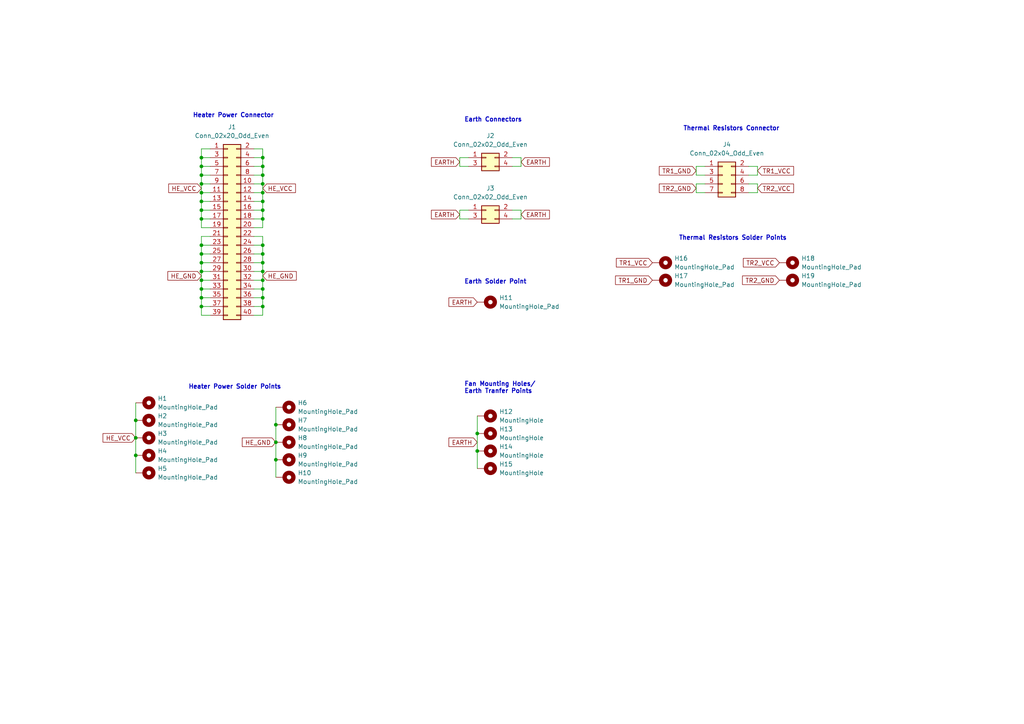
<source format=kicad_sch>
(kicad_sch (version 20211123) (generator eeschema)
  (paper "A4")
  (title_block (title "RSHP-SB-0010") (date "2022-05-25") (rev "1.0") (company "(c) Andriy Golovnya http://redscorp.net") (comment 1 "Reflow Soldering Hot Plate - Small Mounting Board"))
  (lib_symbols
    (symbol "Connector_Generic:Conn_02x02_Odd_Even" (pin_names (offset 1.016) hide)
      (property "Reference" "J" (at 1.27 2.54 0))
      (property "Value" "Conn_02x02_Odd_Even" (at 1.27 -5.08 0))
      (symbol "Conn_02x02_Odd_Even_1_1"
        (rectangle (start -1.27 -2.413) (end 0 -2.667) (stroke (width 0.1524)))
        (rectangle (start -1.27 0.127) (end 0 -0.127) (stroke (width 0.1524)))
        (rectangle (start -1.27 1.27) (end 3.81 -3.81) (stroke (width 0.254)) (fill (type background)))
        (rectangle (start 3.81 -2.413) (end 2.54 -2.667) (stroke (width 0.1524)))
        (rectangle (start 3.81 0.127) (end 2.54 -0.127) (stroke (width 0.1524)))
        (pin passive line (at -5.08 0 0) (length 3.81) (name "Pin_1") (number "1"))
        (pin passive line (at 7.62 0 180) (length 3.81) (name "Pin_2") (number "2"))
        (pin passive line (at -5.08 -2.54 0) (length 3.81) (name "Pin_3") (number "3"))
        (pin passive line (at 7.62 -2.54 180) (length 3.81) (name "Pin_4") (number "4"))
      )
    )
    (symbol "Connector_Generic:Conn_02x04_Odd_Even" (pin_names (offset 1.016) hide)
      (property "Reference" "J" (at 1.27 5.08 0))
      (property "Value" "Conn_02x04_Odd_Even" (at 1.27 -7.62 0))
      (symbol "Conn_02x04_Odd_Even_1_1"
        (rectangle (start -1.27 -4.953) (end 0 -5.207) (stroke (width 0.1524)))
        (rectangle (start -1.27 -2.413) (end 0 -2.667) (stroke (width 0.1524)))
        (rectangle (start -1.27 0.127) (end 0 -0.127) (stroke (width 0.1524)))
        (rectangle (start -1.27 2.667) (end 0 2.413) (stroke (width 0.1524)))
        (rectangle (start -1.27 3.81) (end 3.81 -6.35) (stroke (width 0.254)) (fill (type background)))
        (rectangle (start 3.81 -4.953) (end 2.54 -5.207) (stroke (width 0.1524)))
        (rectangle (start 3.81 -2.413) (end 2.54 -2.667) (stroke (width 0.1524)))
        (rectangle (start 3.81 0.127) (end 2.54 -0.127) (stroke (width 0.1524)))
        (rectangle (start 3.81 2.667) (end 2.54 2.413) (stroke (width 0.1524)))
        (pin passive line (at -5.08 2.54 0) (length 3.81) (name "Pin_1") (number "1"))
        (pin passive line (at 7.62 2.54 180) (length 3.81) (name "Pin_2") (number "2"))
        (pin passive line (at -5.08 0 0) (length 3.81) (name "Pin_3") (number "3"))
        (pin passive line (at 7.62 0 180) (length 3.81) (name "Pin_4") (number "4"))
        (pin passive line (at -5.08 -2.54 0) (length 3.81) (name "Pin_5") (number "5"))
        (pin passive line (at 7.62 -2.54 180) (length 3.81) (name "Pin_6") (number "6"))
        (pin passive line (at -5.08 -5.08 0) (length 3.81) (name "Pin_7") (number "7"))
        (pin passive line (at 7.62 -5.08 180) (length 3.81) (name "Pin_8") (number "8"))
      )
    )
    (symbol "Connector_Generic:Conn_02x20_Odd_Even" (pin_names (offset 1.016) hide)
      (property "Reference" "J" (at 1.27 25.4 0))
      (property "Value" "Conn_02x20_Odd_Even" (at 1.27 -27.94 0))
      (symbol "Conn_02x20_Odd_Even_1_1"
        (rectangle (start -1.27 -25.273) (end 0 -25.527) (stroke (width 0.1524)))
        (rectangle (start -1.27 -22.733) (end 0 -22.987) (stroke (width 0.1524)))
        (rectangle (start -1.27 -20.193) (end 0 -20.447) (stroke (width 0.1524)))
        (rectangle (start -1.27 -17.653) (end 0 -17.907) (stroke (width 0.1524)))
        (rectangle (start -1.27 -15.113) (end 0 -15.367) (stroke (width 0.1524)))
        (rectangle (start -1.27 -12.573) (end 0 -12.827) (stroke (width 0.1524)))
        (rectangle (start -1.27 -10.033) (end 0 -10.287) (stroke (width 0.1524)))
        (rectangle (start -1.27 -7.493) (end 0 -7.747) (stroke (width 0.1524)))
        (rectangle (start -1.27 -4.953) (end 0 -5.207) (stroke (width 0.1524)))
        (rectangle (start -1.27 -2.413) (end 0 -2.667) (stroke (width 0.1524)))
        (rectangle (start -1.27 0.127) (end 0 -0.127) (stroke (width 0.1524)))
        (rectangle (start -1.27 2.667) (end 0 2.413) (stroke (width 0.1524)))
        (rectangle (start -1.27 5.207) (end 0 4.953) (stroke (width 0.1524)))
        (rectangle (start -1.27 7.747) (end 0 7.493) (stroke (width 0.1524)))
        (rectangle (start -1.27 10.287) (end 0 10.033) (stroke (width 0.1524)))
        (rectangle (start -1.27 12.827) (end 0 12.573) (stroke (width 0.1524)))
        (rectangle (start -1.27 15.367) (end 0 15.113) (stroke (width 0.1524)))
        (rectangle (start -1.27 17.907) (end 0 17.653) (stroke (width 0.1524)))
        (rectangle (start -1.27 20.447) (end 0 20.193) (stroke (width 0.1524)))
        (rectangle (start -1.27 22.987) (end 0 22.733) (stroke (width 0.1524)))
        (rectangle (start -1.27 24.13) (end 3.81 -26.67) (stroke (width 0.254)) (fill (type background)))
        (rectangle (start 3.81 -25.273) (end 2.54 -25.527) (stroke (width 0.1524)))
        (rectangle (start 3.81 -22.733) (end 2.54 -22.987) (stroke (width 0.1524)))
        (rectangle (start 3.81 -20.193) (end 2.54 -20.447) (stroke (width 0.1524)))
        (rectangle (start 3.81 -17.653) (end 2.54 -17.907) (stroke (width 0.1524)))
        (rectangle (start 3.81 -15.113) (end 2.54 -15.367) (stroke (width 0.1524)))
        (rectangle (start 3.81 -12.573) (end 2.54 -12.827) (stroke (width 0.1524)))
        (rectangle (start 3.81 -10.033) (end 2.54 -10.287) (stroke (width 0.1524)))
        (rectangle (start 3.81 -7.493) (end 2.54 -7.747) (stroke (width 0.1524)))
        (rectangle (start 3.81 -4.953) (end 2.54 -5.207) (stroke (width 0.1524)))
        (rectangle (start 3.81 -2.413) (end 2.54 -2.667) (stroke (width 0.1524)))
        (rectangle (start 3.81 0.127) (end 2.54 -0.127) (stroke (width 0.1524)))
        (rectangle (start 3.81 2.667) (end 2.54 2.413) (stroke (width 0.1524)))
        (rectangle (start 3.81 5.207) (end 2.54 4.953) (stroke (width 0.1524)))
        (rectangle (start 3.81 7.747) (end 2.54 7.493) (stroke (width 0.1524)))
        (rectangle (start 3.81 10.287) (end 2.54 10.033) (stroke (width 0.1524)))
        (rectangle (start 3.81 12.827) (end 2.54 12.573) (stroke (width 0.1524)))
        (rectangle (start 3.81 15.367) (end 2.54 15.113) (stroke (width 0.1524)))
        (rectangle (start 3.81 17.907) (end 2.54 17.653) (stroke (width 0.1524)))
        (rectangle (start 3.81 20.447) (end 2.54 20.193) (stroke (width 0.1524)))
        (rectangle (start 3.81 22.987) (end 2.54 22.733) (stroke (width 0.1524)))
        (pin passive line (at -5.08 22.86 0) (length 3.81) (name "Pin_1") (number "1"))
        (pin passive line (at 7.62 12.7 180) (length 3.81) (name "Pin_10") (number "10"))
        (pin passive line (at -5.08 10.16 0) (length 3.81) (name "Pin_11") (number "11"))
        (pin passive line (at 7.62 10.16 180) (length 3.81) (name "Pin_12") (number "12"))
        (pin passive line (at -5.08 7.62 0) (length 3.81) (name "Pin_13") (number "13"))
        (pin passive line (at 7.62 7.62 180) (length 3.81) (name "Pin_14") (number "14"))
        (pin passive line (at -5.08 5.08 0) (length 3.81) (name "Pin_15") (number "15"))
        (pin passive line (at 7.62 5.08 180) (length 3.81) (name "Pin_16") (number "16"))
        (pin passive line (at -5.08 2.54 0) (length 3.81) (name "Pin_17") (number "17"))
        (pin passive line (at 7.62 2.54 180) (length 3.81) (name "Pin_18") (number "18"))
        (pin passive line (at -5.08 0 0) (length 3.81) (name "Pin_19") (number "19"))
        (pin passive line (at 7.62 22.86 180) (length 3.81) (name "Pin_2") (number "2"))
        (pin passive line (at 7.62 0 180) (length 3.81) (name "Pin_20") (number "20"))
        (pin passive line (at -5.08 -2.54 0) (length 3.81) (name "Pin_21") (number "21"))
        (pin passive line (at 7.62 -2.54 180) (length 3.81) (name "Pin_22") (number "22"))
        (pin passive line (at -5.08 -5.08 0) (length 3.81) (name "Pin_23") (number "23"))
        (pin passive line (at 7.62 -5.08 180) (length 3.81) (name "Pin_24") (number "24"))
        (pin passive line (at -5.08 -7.62 0) (length 3.81) (name "Pin_25") (number "25"))
        (pin passive line (at 7.62 -7.62 180) (length 3.81) (name "Pin_26") (number "26"))
        (pin passive line (at -5.08 -10.16 0) (length 3.81) (name "Pin_27") (number "27"))
        (pin passive line (at 7.62 -10.16 180) (length 3.81) (name "Pin_28") (number "28"))
        (pin passive line (at -5.08 -12.7 0) (length 3.81) (name "Pin_29") (number "29"))
        (pin passive line (at -5.08 20.32 0) (length 3.81) (name "Pin_3") (number "3"))
        (pin passive line (at 7.62 -12.7 180) (length 3.81) (name "Pin_30") (number "30"))
        (pin passive line (at -5.08 -15.24 0) (length 3.81) (name "Pin_31") (number "31"))
        (pin passive line (at 7.62 -15.24 180) (length 3.81) (name "Pin_32") (number "32"))
        (pin passive line (at -5.08 -17.78 0) (length 3.81) (name "Pin_33") (number "33"))
        (pin passive line (at 7.62 -17.78 180) (length 3.81) (name "Pin_34") (number "34"))
        (pin passive line (at -5.08 -20.32 0) (length 3.81) (name "Pin_35") (number "35"))
        (pin passive line (at 7.62 -20.32 180) (length 3.81) (name "Pin_36") (number "36"))
        (pin passive line (at -5.08 -22.86 0) (length 3.81) (name "Pin_37") (number "37"))
        (pin passive line (at 7.62 -22.86 180) (length 3.81) (name "Pin_38") (number "38"))
        (pin passive line (at -5.08 -25.4 0) (length 3.81) (name "Pin_39") (number "39"))
        (pin passive line (at 7.62 20.32 180) (length 3.81) (name "Pin_4") (number "4"))
        (pin passive line (at 7.62 -25.4 180) (length 3.81) (name "Pin_40") (number "40"))
        (pin passive line (at -5.08 17.78 0) (length 3.81) (name "Pin_5") (number "5"))
        (pin passive line (at 7.62 17.78 180) (length 3.81) (name "Pin_6") (number "6"))
        (pin passive line (at -5.08 15.24 0) (length 3.81) (name "Pin_7") (number "7"))
        (pin passive line (at 7.62 15.24 180) (length 3.81) (name "Pin_8") (number "8"))
        (pin passive line (at -5.08 12.7 0) (length 3.81) (name "Pin_9") (number "9"))
      )
    )
    (symbol "Mechanical:MountingHole_Pad" (pin_numbers hide) (pin_names (offset 1.016) hide)
      (property "Reference" "H" (at 0 6.35 0))
      (property "Value" "MountingHole_Pad" (at 0 4.445 0))
      (symbol "MountingHole_Pad_0_1"
        (circle (center 0 1.27) (radius 1.27) (stroke (width 1.27)))
      )
      (symbol "MountingHole_Pad_1_1"
        (pin input line (at 0 -2.54 90) (length 2.54) (name "1") (number "1"))
      )
    )
  )
  (junction (at 76.2 83.82))
  (junction (at 76.2 78.74))
  (junction (at 58.42 73.66))
  (junction (at 76.2 50.8))
  (junction (at 76.2 76.2))
  (junction (at 39.37 121.92))
  (junction (at 76.2 58.42))
  (junction (at 58.42 58.42))
  (junction (at 138.43 130.81))
  (junction (at 58.42 45.72))
  (junction (at 76.2 73.66))
  (junction (at 76.2 71.12))
  (junction (at 80.01 123.19))
  (junction (at 58.42 83.82))
  (junction (at 76.2 86.36))
  (junction (at 58.42 76.2))
  (junction (at 58.42 60.96))
  (junction (at 58.42 63.5))
  (junction (at 58.42 78.74))
  (junction (at 58.42 53.34))
  (junction (at 58.42 86.36))
  (junction (at 76.2 53.34))
  (junction (at 76.2 88.9))
  (junction (at 138.43 125.73))
  (junction (at 58.42 55.88))
  (junction (at 39.37 127))
  (junction (at 76.2 60.96))
  (junction (at 58.42 88.9))
  (junction (at 76.2 55.88))
  (junction (at 80.01 128.27))
  (junction (at 58.42 81.28))
  (junction (at 76.2 81.28))
  (junction (at 76.2 63.5))
  (junction (at 58.42 48.26))
  (junction (at 58.42 71.12))
  (junction (at 76.2 45.72))
  (junction (at 39.37 132.08))
  (junction (at 80.01 133.35))
  (junction (at 58.42 50.8))
  (junction (at 76.2 48.26))
  (wire (pts (xy 58.42 58.42) (xy 58.42 55.88)))
  (wire (pts (xy 39.37 116.84) (xy 39.37 121.92)))
  (wire (pts (xy 76.2 91.44) (xy 73.66 91.44)))
  (wire (pts (xy 76.2 68.58) (xy 76.2 71.12)))
  (wire (pts (xy 73.66 66.04) (xy 76.2 66.04)))
  (wire (pts (xy 58.42 60.96) (xy 58.42 58.42)))
  (wire (pts (xy 151.13 45.72) (xy 151.13 48.26)))
  (wire (pts (xy 58.42 66.04) (xy 58.42 63.5)))
  (wire (pts (xy 80.01 123.19) (xy 80.01 128.27)))
  (wire (pts (xy 73.66 73.66) (xy 76.2 73.66)))
  (wire (pts (xy 73.66 83.82) (xy 76.2 83.82)))
  (wire (pts (xy 73.66 81.28) (xy 76.2 81.28)))
  (wire (pts (xy 201.93 53.34) (xy 204.47 53.34)))
  (wire (pts (xy 58.42 86.36) (xy 60.96 86.36)))
  (wire (pts (xy 76.2 78.74) (xy 76.2 81.28)))
  (wire (pts (xy 133.35 45.72) (xy 133.35 48.26)))
  (wire (pts (xy 39.37 132.08) (xy 39.37 137.16)))
  (wire (pts (xy 60.96 68.58) (xy 58.42 68.58)))
  (wire (pts (xy 58.42 50.8) (xy 58.42 48.26)))
  (wire (pts (xy 73.66 63.5) (xy 76.2 63.5)))
  (wire (pts (xy 76.2 50.8) (xy 76.2 48.26)))
  (wire (pts (xy 73.66 55.88) (xy 76.2 55.88)))
  (wire (pts (xy 217.17 48.26) (xy 219.71 48.26)))
  (wire (pts (xy 73.66 53.34) (xy 76.2 53.34)))
  (wire (pts (xy 148.59 45.72) (xy 151.13 45.72)))
  (wire (pts (xy 60.96 66.04) (xy 58.42 66.04)))
  (wire (pts (xy 76.2 45.72) (xy 76.2 43.18)))
  (wire (pts (xy 58.42 58.42) (xy 60.96 58.42)))
  (wire (pts (xy 58.42 63.5) (xy 60.96 63.5)))
  (wire (pts (xy 73.66 45.72) (xy 76.2 45.72)))
  (wire (pts (xy 58.42 76.2) (xy 60.96 76.2)))
  (wire (pts (xy 58.42 43.18) (xy 60.96 43.18)))
  (wire (pts (xy 204.47 55.88) (xy 201.93 55.88)))
  (wire (pts (xy 76.2 66.04) (xy 76.2 63.5)))
  (wire (pts (xy 76.2 43.18) (xy 73.66 43.18)))
  (wire (pts (xy 58.42 50.8) (xy 60.96 50.8)))
  (wire (pts (xy 76.2 60.96) (xy 76.2 58.42)))
  (wire (pts (xy 201.93 55.88) (xy 201.93 53.34)))
  (wire (pts (xy 151.13 60.96) (xy 151.13 63.5)))
  (wire (pts (xy 58.42 63.5) (xy 58.42 60.96)))
  (wire (pts (xy 58.42 73.66) (xy 58.42 76.2)))
  (wire (pts (xy 148.59 60.96) (xy 151.13 60.96)))
  (wire (pts (xy 219.71 53.34) (xy 219.71 55.88)))
  (wire (pts (xy 73.66 76.2) (xy 76.2 76.2)))
  (wire (pts (xy 80.01 128.27) (xy 80.01 133.35)))
  (wire (pts (xy 133.35 48.26) (xy 135.89 48.26)))
  (wire (pts (xy 58.42 55.88) (xy 60.96 55.88)))
  (wire (pts (xy 58.42 81.28) (xy 60.96 81.28)))
  (wire (pts (xy 58.42 71.12) (xy 60.96 71.12)))
  (wire (pts (xy 58.42 86.36) (xy 58.42 88.9)))
  (wire (pts (xy 58.42 60.96) (xy 60.96 60.96)))
  (wire (pts (xy 58.42 48.26) (xy 60.96 48.26)))
  (wire (pts (xy 58.42 55.88) (xy 58.42 53.34)))
  (wire (pts (xy 76.2 81.28) (xy 76.2 83.82)))
  (wire (pts (xy 76.2 53.34) (xy 76.2 50.8)))
  (wire (pts (xy 217.17 50.8) (xy 219.71 50.8)))
  (wire (pts (xy 73.66 58.42) (xy 76.2 58.42)))
  (wire (pts (xy 76.2 55.88) (xy 76.2 53.34)))
  (wire (pts (xy 135.89 60.96) (xy 133.35 60.96)))
  (wire (pts (xy 219.71 48.26) (xy 219.71 50.8)))
  (wire (pts (xy 217.17 55.88) (xy 219.71 55.88)))
  (wire (pts (xy 58.42 48.26) (xy 58.42 45.72)))
  (wire (pts (xy 73.66 71.12) (xy 76.2 71.12)))
  (wire (pts (xy 80.01 133.35) (xy 80.01 138.43)))
  (wire (pts (xy 73.66 78.74) (xy 76.2 78.74)))
  (wire (pts (xy 58.42 88.9) (xy 60.96 88.9)))
  (wire (pts (xy 58.42 81.28) (xy 58.42 83.82)))
  (wire (pts (xy 76.2 63.5) (xy 76.2 60.96)))
  (wire (pts (xy 58.42 83.82) (xy 60.96 83.82)))
  (wire (pts (xy 76.2 86.36) (xy 76.2 88.9)))
  (wire (pts (xy 58.42 88.9) (xy 58.42 91.44)))
  (wire (pts (xy 76.2 73.66) (xy 76.2 76.2)))
  (wire (pts (xy 58.42 68.58) (xy 58.42 71.12)))
  (wire (pts (xy 58.42 45.72) (xy 60.96 45.72)))
  (wire (pts (xy 58.42 45.72) (xy 58.42 43.18)))
  (wire (pts (xy 148.59 48.26) (xy 151.13 48.26)))
  (wire (pts (xy 76.2 58.42) (xy 76.2 55.88)))
  (wire (pts (xy 138.43 120.65) (xy 138.43 125.73)))
  (wire (pts (xy 148.59 63.5) (xy 151.13 63.5)))
  (wire (pts (xy 201.93 48.26) (xy 204.47 48.26)))
  (wire (pts (xy 73.66 48.26) (xy 76.2 48.26)))
  (wire (pts (xy 133.35 60.96) (xy 133.35 63.5)))
  (wire (pts (xy 58.42 53.34) (xy 58.42 50.8)))
  (wire (pts (xy 133.35 63.5) (xy 135.89 63.5)))
  (wire (pts (xy 58.42 71.12) (xy 58.42 73.66)))
  (wire (pts (xy 58.42 76.2) (xy 58.42 78.74)))
  (wire (pts (xy 138.43 125.73) (xy 138.43 130.81)))
  (wire (pts (xy 58.42 53.34) (xy 60.96 53.34)))
  (wire (pts (xy 58.42 91.44) (xy 60.96 91.44)))
  (wire (pts (xy 58.42 83.82) (xy 58.42 86.36)))
  (wire (pts (xy 73.66 68.58) (xy 76.2 68.58)))
  (wire (pts (xy 217.17 53.34) (xy 219.71 53.34)))
  (wire (pts (xy 73.66 86.36) (xy 76.2 86.36)))
  (wire (pts (xy 39.37 127) (xy 39.37 132.08)))
  (wire (pts (xy 135.89 45.72) (xy 133.35 45.72)))
  (wire (pts (xy 76.2 83.82) (xy 76.2 86.36)))
  (wire (pts (xy 73.66 60.96) (xy 76.2 60.96)))
  (wire (pts (xy 80.01 118.11) (xy 80.01 123.19)))
  (wire (pts (xy 58.42 73.66) (xy 60.96 73.66)))
  (wire (pts (xy 76.2 71.12) (xy 76.2 73.66)))
  (wire (pts (xy 204.47 50.8) (xy 201.93 50.8)))
  (wire (pts (xy 76.2 76.2) (xy 76.2 78.74)))
  (wire (pts (xy 73.66 50.8) (xy 76.2 50.8)))
  (wire (pts (xy 76.2 88.9) (xy 76.2 91.44)))
  (wire (pts (xy 201.93 50.8) (xy 201.93 48.26)))
  (wire (pts (xy 138.43 130.81) (xy 138.43 135.89)))
  (wire (pts (xy 58.42 78.74) (xy 60.96 78.74)))
  (wire (pts (xy 73.66 88.9) (xy 76.2 88.9)))
  (wire (pts (xy 58.42 78.74) (xy 58.42 81.28)))
  (wire (pts (xy 76.2 48.26) (xy 76.2 45.72)))
  (wire (pts (xy 39.37 121.92) (xy 39.37 127)))
  (text "Fan Mounting Holes/\nEarth Tranfer Points" (at 134.62 114.3 0) (effects (font (size 1.27 1.27) bold) (justify left bottom)))
  (text "Heater Power Connector" (at 55.88 34.29 0) (effects (font (size 1.27 1.27) (thickness 0.254) bold) (justify left bottom)))
  (text "Earth Connectors" (at 134.62 35.56 0) (effects (font (size 1.27 1.27) bold) (justify left bottom)))
  (text "Heater Power Solder Points" (at 54.61 113.03 0) (effects (font (size 1.27 1.27) bold) (justify left bottom)))
  (text "Earth Solder Point" (at 134.62 82.55 0) (effects (font (size 1.27 1.27) bold) (justify left bottom)))
  (text "Thermal Resistors Connector" (at 198.12 38.1 0) (effects (font (size 1.27 1.27) bold) (justify left bottom)))
  (text "Thermal Resistors Solder Points" (at 196.85 69.85 0) (effects (font (size 1.27 1.27) bold) (justify left bottom)))
  (global_label "EARTH" (shape input) (at 151.13 62.23 0) (property "Intersheet References" "${INTERSHEET_REFS}" (effects hide)))
  (global_label "TR2_VCC" (shape input) (at 226.06 76.2 180) (property "Intersheet References" "${INTERSHEET_REFS}" (effects hide)))
  (global_label "TR2_GND" (shape input) (at 226.06 81.28 180) (property "Intersheet References" "${INTERSHEET_REFS}" (effects hide)))
  (global_label "HE_VCC" (shape input) (at 76.2 54.61 0) (property "Intersheet References" "${INTERSHEET_REFS}" (effects hide)))
  (global_label "HE_GND" (shape input) (at 58.42 80.01 180) (property "Intersheet References" "${INTERSHEET_REFS}" (effects hide)))
  (global_label "EARTH" (shape input) (at 138.43 128.27 180) (property "Intersheet References" "${INTERSHEET_REFS}" (effects hide)))
  (global_label "HE_GND" (shape input) (at 76.2 80.01 0) (property "Intersheet References" "${INTERSHEET_REFS}" (effects hide)))
  (global_label "EARTH" (shape input) (at 151.13 46.99 0) (property "Intersheet References" "${INTERSHEET_REFS}" (effects hide)))
  (global_label "TR2_VCC" (shape input) (at 219.71 54.61 0) (property "Intersheet References" "${INTERSHEET_REFS}" (effects hide)))
  (global_label "TR2_GND" (shape input) (at 201.93 54.61 180) (property "Intersheet References" "${INTERSHEET_REFS}" (effects hide)))
  (global_label "EARTH" (shape input) (at 138.43 87.63 180) (property "Intersheet References" "${INTERSHEET_REFS}" (effects hide)))
  (global_label "HE_VCC" (shape input) (at 39.37 127 180) (property "Intersheet References" "${INTERSHEET_REFS}" (effects hide)))
  (global_label "HE_GND" (shape input) (at 80.01 128.27 180) (property "Intersheet References" "${INTERSHEET_REFS}" (effects hide)))
  (global_label "TR1_GND" (shape input) (at 201.93 49.53 180) (property "Intersheet References" "${INTERSHEET_REFS}" (effects hide)))
  (global_label "HE_VCC" (shape input) (at 58.42 54.61 180) (property "Intersheet References" "${INTERSHEET_REFS}" (effects hide)))
  (global_label "TR1_GND" (shape input) (at 189.23 81.28 180) (property "Intersheet References" "${INTERSHEET_REFS}" (effects hide)))
  (global_label "EARTH" (shape input) (at 133.35 62.23 180) (property "Intersheet References" "${INTERSHEET_REFS}" (effects hide)))
  (global_label "TR1_VCC" (shape input) (at 189.23 76.2 180) (property "Intersheet References" "${INTERSHEET_REFS}" (effects hide)))
  (global_label "TR1_VCC" (shape input) (at 219.71 49.53 0) (property "Intersheet References" "${INTERSHEET_REFS}" (effects hide)))
  (global_label "EARTH" (shape input) (at 133.35 46.99 180) (property "Intersheet References" "${INTERSHEET_REFS}" (effects hide)))
  (symbol (lib_id "Mechanical:MountingHole_Pad") (at 41.91 121.92 270) (unit 1)
    (property "Reference" "H2" (at 45.72 120.6499 90) (effects (justify left)))
    (property "Value" "MountingHole_Pad" (at 45.72 123.1899 90) (effects (justify left)))
    (property "Footprint" "MountingHole:MountingHole_2.2mm_M2_Pad" (effects hide))
  )
  (symbol (lib_id "Mechanical:MountingHole_Pad") (at 191.77 76.2 270) (unit 1)
    (property "Reference" "H16" (at 195.58 74.9299 90) (effects (justify left)))
    (property "Value" "MountingHole_Pad" (at 195.58 77.4699 90) (effects (justify left)))
    (property "Footprint" "MountingHole:MountingHole_2.2mm_M2_Pad" (effects hide))
  )
  (symbol (lib_id "Mechanical:MountingHole_Pad") (at 228.6 76.2 270) (unit 1)
    (property "Reference" "H18" (at 232.41 74.9299 90) (effects (justify left)))
    (property "Value" "MountingHole_Pad" (at 232.41 77.4699 90) (effects (justify left)))
    (property "Footprint" "MountingHole:MountingHole_2.2mm_M2_Pad" (effects hide))
  )
  (symbol (lib_id "Mechanical:MountingHole_Pad") (at 140.97 87.63 270) (unit 1)
    (property "Reference" "H11" (at 144.78 86.3599 90) (effects (justify left)))
    (property "Value" "MountingHole_Pad" (at 144.78 88.8999 90) (effects (justify left)))
    (property "Footprint" "MountingHole:MountingHole_2.2mm_M2_Pad" (effects hide))
  )
  (symbol (lib_id "Connector_Generic:Conn_02x02_Odd_Even") (at 140.97 60.96 0) (unit 1)
    (property "Reference" "J3" (at 142.24 54.61 0))
    (property "Value" "Conn_02x02_Odd_Even" (at 142.24 57.15 0))
    (property "Footprint" "Connector_PinHeader_2.54mm:PinHeader_2x02_P2.54mm_Vertical" (effects hide))
  )
  (symbol (lib_id "Mechanical:MountingHole_Pad") (at 140.97 120.65 270) (unit 1)
    (property "Reference" "H12" (at 144.78 119.3799 90) (effects (justify left)))
    (property "Value" "MountingHole" (at 144.78 121.9199 90) (effects (justify left)))
    (property "Footprint" "MountingHole:MountingHole_4.3mm_M4_Pad" (effects hide))
  )
  (symbol (lib_id "Mechanical:MountingHole_Pad") (at 191.77 81.28 270) (unit 1)
    (property "Reference" "H17" (at 195.58 80.0099 90) (effects (justify left)))
    (property "Value" "MountingHole_Pad" (at 195.58 82.5499 90) (effects (justify left)))
    (property "Footprint" "MountingHole:MountingHole_2.2mm_M2_Pad" (effects hide))
  )
  (symbol (lib_id "Mechanical:MountingHole_Pad") (at 140.97 125.73 270) (unit 1)
    (property "Reference" "H13" (at 144.78 124.4599 90) (effects (justify left)))
    (property "Value" "MountingHole" (at 144.78 126.9999 90) (effects (justify left)))
    (property "Footprint" "MountingHole:MountingHole_4.3mm_M4_Pad" (effects hide))
  )
  (symbol (lib_id "Connector_Generic:Conn_02x04_Odd_Even") (at 209.55 50.8 0) (unit 1)
    (property "Reference" "J4" (at 210.82 41.91 0))
    (property "Value" "Conn_02x04_Odd_Even" (at 210.82 44.45 0))
    (property "Footprint" "Connector_PinHeader_2.54mm:PinHeader_2x04_P2.54mm_Vertical" (effects hide))
  )
  (symbol (lib_id "Mechanical:MountingHole_Pad") (at 82.55 133.35 270) (unit 1)
    (property "Reference" "H9" (at 86.36 132.0799 90) (effects (justify left)))
    (property "Value" "MountingHole_Pad" (at 86.36 134.6199 90) (effects (justify left)))
    (property "Footprint" "MountingHole:MountingHole_2.2mm_M2_Pad" (effects hide))
  )
  (symbol (lib_id "Connector_Generic:Conn_02x02_Odd_Even") (at 140.97 45.72 0) (unit 1)
    (property "Reference" "J2" (at 142.24 39.37 0))
    (property "Value" "Conn_02x02_Odd_Even" (at 142.24 41.91 0))
    (property "Footprint" "Connector_PinHeader_2.54mm:PinHeader_2x02_P2.54mm_Vertical" (effects hide))
  )
  (symbol (lib_id "Mechanical:MountingHole_Pad") (at 228.6 81.28 270) (unit 1)
    (property "Reference" "H19" (at 232.41 80.0099 90) (effects (justify left)))
    (property "Value" "MountingHole_Pad" (at 232.41 82.5499 90) (effects (justify left)))
    (property "Footprint" "MountingHole:MountingHole_2.2mm_M2_Pad" (effects hide))
  )
  (symbol (lib_id "Mechanical:MountingHole_Pad") (at 41.91 116.84 270) (unit 1)
    (property "Reference" "H1" (at 45.72 115.5699 90) (effects (justify left)))
    (property "Value" "MountingHole_Pad" (at 45.72 118.1099 90) (effects (justify left)))
    (property "Footprint" "MountingHole:MountingHole_2.2mm_M2_Pad" (effects hide))
  )
  (symbol (lib_id "Mechanical:MountingHole_Pad") (at 82.55 138.43 270) (unit 1)
    (property "Reference" "H10" (at 86.36 137.1599 90) (effects (justify left)))
    (property "Value" "MountingHole_Pad" (at 86.36 139.6999 90) (effects (justify left)))
    (property "Footprint" "MountingHole:MountingHole_2.2mm_M2_Pad" (effects hide))
  )
  (symbol (lib_id "Mechanical:MountingHole_Pad") (at 41.91 132.08 270) (unit 1)
    (property "Reference" "H4" (at 45.72 130.8099 90) (effects (justify left)))
    (property "Value" "MountingHole_Pad" (at 45.72 133.3499 90) (effects (justify left)))
    (property "Footprint" "MountingHole:MountingHole_2.2mm_M2_Pad" (effects hide))
  )
  (symbol (lib_id "Mechanical:MountingHole_Pad") (at 41.91 127 270) (unit 1)
    (property "Reference" "H3" (at 45.72 125.7299 90) (effects (justify left)))
    (property "Value" "MountingHole_Pad" (at 45.72 128.2699 90) (effects (justify left)))
    (property "Footprint" "MountingHole:MountingHole_2.2mm_M2_Pad" (effects hide))
  )
  (symbol (lib_id "Mechanical:MountingHole_Pad") (at 82.55 118.11 270) (unit 1)
    (property "Reference" "H6" (at 86.36 116.8399 90) (effects (justify left)))
    (property "Value" "MountingHole_Pad" (at 86.36 119.3799 90) (effects (justify left)))
    (property "Footprint" "MountingHole:MountingHole_2.2mm_M2_Pad" (effects hide))
  )
  (symbol (lib_id "Mechanical:MountingHole_Pad") (at 41.91 137.16 270) (unit 1)
    (property "Reference" "H5" (at 45.72 135.8899 90) (effects (justify left)))
    (property "Value" "MountingHole_Pad" (at 45.72 138.4299 90) (effects (justify left)))
    (property "Footprint" "MountingHole:MountingHole_2.2mm_M2_Pad" (effects hide))
  )
  (symbol (lib_id "Mechanical:MountingHole_Pad") (at 82.55 128.27 270) (unit 1)
    (property "Reference" "H8" (at 86.36 126.9999 90) (effects (justify left)))
    (property "Value" "MountingHole_Pad" (at 86.36 129.5399 90) (effects (justify left)))
    (property "Footprint" "MountingHole:MountingHole_2.2mm_M2_Pad" (effects hide))
  )
  (symbol (lib_id "Mechanical:MountingHole_Pad") (at 82.55 123.19 270) (unit 1)
    (property "Reference" "H7" (at 86.36 121.9199 90) (effects (justify left)))
    (property "Value" "MountingHole_Pad" (at 86.36 124.4599 90) (effects (justify left)))
    (property "Footprint" "MountingHole:MountingHole_2.2mm_M2_Pad" (effects hide))
  )
  (symbol (lib_id "Mechanical:MountingHole_Pad") (at 140.97 135.89 270) (unit 1)
    (property "Reference" "H15" (at 144.78 134.6199 90) (effects (justify left)))
    (property "Value" "MountingHole" (at 144.78 137.1599 90) (effects (justify left)))
    (property "Footprint" "MountingHole:MountingHole_4.3mm_M4_Pad" (effects hide))
  )
  (symbol (lib_id "Mechanical:MountingHole_Pad") (at 140.97 130.81 270) (unit 1)
    (property "Reference" "H14" (at 144.78 129.5399 90) (effects (justify left)))
    (property "Value" "MountingHole" (at 144.78 132.0799 90) (effects (justify left)))
    (property "Footprint" "MountingHole:MountingHole_4.3mm_M4_Pad" (effects hide))
  )
  (symbol (lib_id "Connector_Generic:Conn_02x20_Odd_Even") (at 66.04 66.04 0) (unit 1)
    (property "Reference" "J1" (at 67.31 36.83 0))
    (property "Value" "Conn_02x20_Odd_Even" (at 67.31 39.37 0))
    (property "Footprint" "Connector_PinHeader_2.54mm:PinHeader_2x20_P2.54mm_Vertical" (effects hide))
  )
)
</source>
